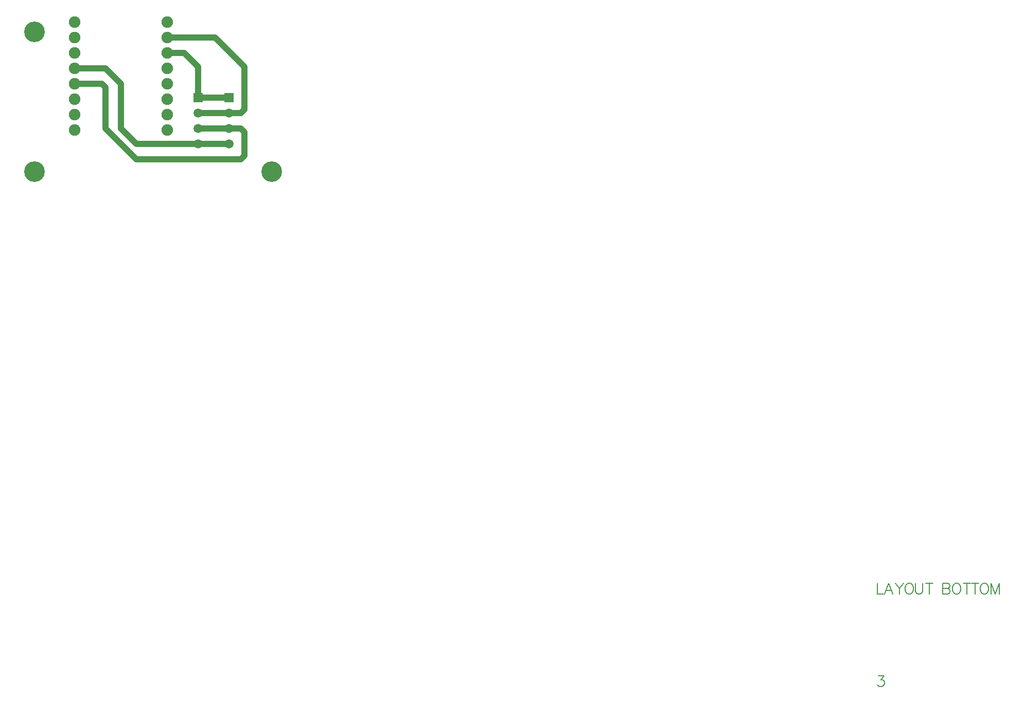
<source format=gbr>
%TF.GenerationSoftware,Altium Limited,Altium Designer,24.8.2 (39)*%
G04 Layer_Physical_Order=2*
G04 Layer_Color=16711680*
%FSLAX45Y45*%
%MOMM*%
%TF.SameCoordinates,AEF890BE-CC7D-4D31-97F1-A5BAF979AF91*%
%TF.FilePolarity,Positive*%
%TF.FileFunction,Copper,L2,Bot,Signal*%
%TF.Part,Single*%
G01*
G75*
%TA.AperFunction,NonConductor*%
%ADD10C,0.17780*%
%TA.AperFunction,ViaPad*%
%ADD11C,3.40000*%
%TA.AperFunction,ComponentPad*%
%ADD12C,1.50000*%
%ADD13R,1.50000X1.50000*%
%ADD14C,1.90500*%
%TA.AperFunction,Conductor*%
%ADD15C,1.00000*%
D10*
X26162000Y2412962D02*
Y2235200D01*
X26263577D01*
X26418484D02*
X26350766Y2412962D01*
X26283047Y2235200D01*
X26308441Y2294454D02*
X26393091D01*
X26459964Y2412962D02*
X26527682Y2328313D01*
Y2235200D01*
X26595401Y2412962D02*
X26527682Y2328313D01*
X26669046Y2412962D02*
X26652115Y2404497D01*
X26635184Y2387567D01*
X26626721Y2370638D01*
X26618256Y2345243D01*
Y2302919D01*
X26626721Y2277524D01*
X26635184Y2260595D01*
X26652115Y2243665D01*
X26669046Y2235200D01*
X26702905D01*
X26719833Y2243665D01*
X26736765Y2260595D01*
X26745227Y2277524D01*
X26753693Y2302919D01*
Y2345243D01*
X26745227Y2370638D01*
X26736765Y2387567D01*
X26719833Y2404497D01*
X26702905Y2412962D01*
X26669046D01*
X26795172D02*
Y2285989D01*
X26803635Y2260595D01*
X26820566Y2243665D01*
X26845959Y2235200D01*
X26862891D01*
X26888284Y2243665D01*
X26905215Y2260595D01*
X26913678Y2285989D01*
Y2412962D01*
X27022028D02*
Y2235200D01*
X26962775Y2412962D02*
X27081284D01*
X27242114D02*
Y2235200D01*
Y2412962D02*
X27318298D01*
X27343692Y2404497D01*
X27352158Y2396032D01*
X27360623Y2379102D01*
Y2362173D01*
X27352158Y2345243D01*
X27343692Y2336778D01*
X27318298Y2328313D01*
X27242114D02*
X27318298D01*
X27343692Y2319849D01*
X27352158Y2311384D01*
X27360623Y2294454D01*
Y2269059D01*
X27352158Y2252130D01*
X27343692Y2243665D01*
X27318298Y2235200D01*
X27242114D01*
X27451196Y2412962D02*
X27434268Y2404497D01*
X27417337Y2387567D01*
X27408875Y2370638D01*
X27400409Y2345243D01*
Y2302919D01*
X27408875Y2277524D01*
X27417337Y2260595D01*
X27434268Y2243665D01*
X27451196Y2235200D01*
X27485056D01*
X27501987Y2243665D01*
X27518915Y2260595D01*
X27527380Y2277524D01*
X27535846Y2302919D01*
Y2345243D01*
X27527380Y2370638D01*
X27518915Y2387567D01*
X27501987Y2404497D01*
X27485056Y2412962D01*
X27451196D01*
X27636578D02*
Y2235200D01*
X27577322Y2412962D02*
X27695831D01*
X27776248D02*
Y2235200D01*
X27716992Y2412962D02*
X27835501D01*
X27907452D02*
X27890524Y2404497D01*
X27873593Y2387567D01*
X27865128Y2370638D01*
X27856662Y2345243D01*
Y2302919D01*
X27865128Y2277524D01*
X27873593Y2260595D01*
X27890524Y2243665D01*
X27907452Y2235200D01*
X27941312D01*
X27958243Y2243665D01*
X27975171Y2260595D01*
X27983636Y2277524D01*
X27992102Y2302919D01*
Y2345243D01*
X27983636Y2370638D01*
X27975171Y2387567D01*
X27958243Y2404497D01*
X27941312Y2412962D01*
X27907452D01*
X28033578D02*
Y2235200D01*
Y2412962D02*
X28101297Y2235200D01*
X28169016Y2412962D02*
X28101297Y2235200D01*
X28169016Y2412962D02*
Y2235200D01*
X26178931Y888962D02*
X26272043D01*
X26221255Y821243D01*
X26246649D01*
X26263577Y812778D01*
X26272043Y804313D01*
X26280508Y778919D01*
Y761989D01*
X26272043Y736595D01*
X26255112Y719665D01*
X26229718Y711200D01*
X26204324D01*
X26178931Y719665D01*
X26170465Y728130D01*
X26162000Y745059D01*
D11*
X16200000Y9200000D02*
D03*
X12300000D02*
D03*
Y11500000D02*
D03*
D12*
X15494000Y9652000D02*
D03*
Y9906000D02*
D03*
Y10160000D02*
D03*
X14986000Y9652000D02*
D03*
Y9906000D02*
D03*
Y10160000D02*
D03*
D13*
X15494000Y10414000D02*
D03*
X14986000D02*
D03*
D14*
X12953999Y11658000D02*
D03*
Y11404000D02*
D03*
Y11150000D02*
D03*
Y10896000D02*
D03*
Y10642000D02*
D03*
Y10388000D02*
D03*
Y10134000D02*
D03*
Y9880000D02*
D03*
X14478000D02*
D03*
Y10134000D02*
D03*
Y10388000D02*
D03*
Y10642000D02*
D03*
Y10896000D02*
D03*
Y11150000D02*
D03*
Y11404000D02*
D03*
Y11658000D02*
D03*
D15*
X13716000Y9906000D02*
X13970000Y9652000D01*
X14986000D01*
X13716000Y9906000D02*
Y10642000D01*
X13970000Y9398000D02*
X15689421D01*
X13462000Y9906000D02*
Y10583421D01*
Y9906000D02*
X13970000Y9398000D01*
X14986000Y9652000D02*
X15494000D01*
X12953999Y10642000D02*
X13403421D01*
X13462000Y10583421D01*
Y10896000D02*
X13716000Y10642000D01*
X12953999Y10896000D02*
X13462000D01*
X15689421Y9906000D02*
X15748000Y9847421D01*
Y9456579D02*
Y9847421D01*
X15494000Y9906000D02*
X15689421D01*
Y9398000D02*
X15748000Y9456579D01*
X14986000Y9906000D02*
X15494000D01*
X14478000Y11404000D02*
X15266000D01*
X15748000Y10922000D01*
Y10218579D02*
Y10922000D01*
X15689421Y10160000D02*
X15748000Y10218579D01*
X15494000Y10160000D02*
X15689421D01*
X14986000Y10414000D02*
Y10922000D01*
X14478000Y11150000D02*
X14758000D01*
X14986000Y10922000D01*
Y10160000D02*
X15494000D01*
X14986000Y10414000D02*
X15494000D01*
%TF.MD5,7e01aec201d09199c3c0769f8886e94a*%
M02*

</source>
